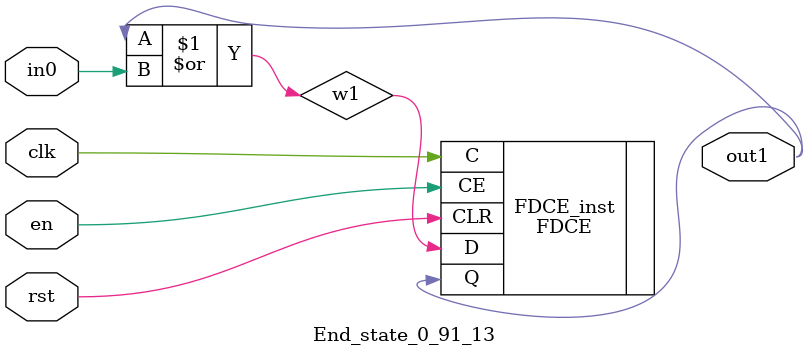
<source format=v>
module engine_0_91(out,clk,sod,en, in_0, in_1, in_3, in_4, in_17, in_18, in_19, in_21, in_26);
//pcre: /^expn\s+decode/smi
//block char: ^[9], \x20[8], N[0], O[0], e[0], c[0], d[0], p[0], x[0], 

	input clk,sod,en;

	input in_0, in_1, in_3, in_4, in_17, in_18, in_19, in_21, in_26;
	output out;

	assign w0 = 1'b1;
	state_0_91_1 BlockState_0_91_1 (w1,in_0,clk,en,sod,w0);
	state_0_91_2 BlockState_0_91_2 (w2,in_17,clk,en,sod,w1);
	state_0_91_3 BlockState_0_91_3 (w3,in_26,clk,en,sod,w2);
	state_0_91_4 BlockState_0_91_4 (w4,in_21,clk,en,sod,w3);
	state_0_91_5 BlockState_0_91_5 (w5,in_3,clk,en,sod,w4);
	state_0_91_6 BlockState_0_91_6 (w6,in_1,clk,en,sod,w6,w5);
	state_0_91_7 BlockState_0_91_7 (w7,in_19,clk,en,sod,w6);
	state_0_91_8 BlockState_0_91_8 (w8,in_17,clk,en,sod,w7);
	state_0_91_9 BlockState_0_91_9 (w9,in_18,clk,en,sod,w8);
	state_0_91_10 BlockState_0_91_10 (w10,in_4,clk,en,sod,w9);
	state_0_91_11 BlockState_0_91_11 (w11,in_19,clk,en,sod,w10);
	state_0_91_12 BlockState_0_91_12 (w12,in_17,clk,en,sod,w11);
	End_state_0_91_13 BlockState_0_91_13 (out,clk,en,sod,w12);
endmodule

module state_0_91_1(out1,in_char,clk,en,rst,in0);
	input in_char,clk,en,rst,in0;
	output out1;
	wire w1,w2;
	assign w1 = in0; 
	and(w2,in_char,w1);
	FDCE #(.INIT(1'b0)) FDCE_inst (
		.Q(out1),
		.C(clk),
		.CE(en),
		.CLR(rst),
		.D(w2)
);
endmodule

module state_0_91_2(out1,in_char,clk,en,rst,in0);
	input in_char,clk,en,rst,in0;
	output out1;
	wire w1,w2;
	assign w1 = in0; 
	and(w2,in_char,w1);
	FDCE #(.INIT(1'b0)) FDCE_inst (
		.Q(out1),
		.C(clk),
		.CE(en),
		.CLR(rst),
		.D(w2)
);
endmodule

module state_0_91_3(out1,in_char,clk,en,rst,in0);
	input in_char,clk,en,rst,in0;
	output out1;
	wire w1,w2;
	assign w1 = in0; 
	and(w2,in_char,w1);
	FDCE #(.INIT(1'b0)) FDCE_inst (
		.Q(out1),
		.C(clk),
		.CE(en),
		.CLR(rst),
		.D(w2)
);
endmodule

module state_0_91_4(out1,in_char,clk,en,rst,in0);
	input in_char,clk,en,rst,in0;
	output out1;
	wire w1,w2;
	assign w1 = in0; 
	and(w2,in_char,w1);
	FDCE #(.INIT(1'b0)) FDCE_inst (
		.Q(out1),
		.C(clk),
		.CE(en),
		.CLR(rst),
		.D(w2)
);
endmodule

module state_0_91_5(out1,in_char,clk,en,rst,in0);
	input in_char,clk,en,rst,in0;
	output out1;
	wire w1,w2;
	assign w1 = in0; 
	and(w2,in_char,w1);
	FDCE #(.INIT(1'b0)) FDCE_inst (
		.Q(out1),
		.C(clk),
		.CE(en),
		.CLR(rst),
		.D(w2)
);
endmodule

module state_0_91_6(out1,in_char,clk,en,rst,in0,in1);
	input in_char,clk,en,rst,in0,in1;
	output out1;
	wire w1,w2;
	or(w1,in0,in1);
	and(w2,in_char,w1);
	FDCE #(.INIT(1'b0)) FDCE_inst (
		.Q(out1),
		.C(clk),
		.CE(en),
		.CLR(rst),
		.D(w2)
);
endmodule

module state_0_91_7(out1,in_char,clk,en,rst,in0);
	input in_char,clk,en,rst,in0;
	output out1;
	wire w1,w2;
	assign w1 = in0; 
	and(w2,in_char,w1);
	FDCE #(.INIT(1'b0)) FDCE_inst (
		.Q(out1),
		.C(clk),
		.CE(en),
		.CLR(rst),
		.D(w2)
);
endmodule

module state_0_91_8(out1,in_char,clk,en,rst,in0);
	input in_char,clk,en,rst,in0;
	output out1;
	wire w1,w2;
	assign w1 = in0; 
	and(w2,in_char,w1);
	FDCE #(.INIT(1'b0)) FDCE_inst (
		.Q(out1),
		.C(clk),
		.CE(en),
		.CLR(rst),
		.D(w2)
);
endmodule

module state_0_91_9(out1,in_char,clk,en,rst,in0);
	input in_char,clk,en,rst,in0;
	output out1;
	wire w1,w2;
	assign w1 = in0; 
	and(w2,in_char,w1);
	FDCE #(.INIT(1'b0)) FDCE_inst (
		.Q(out1),
		.C(clk),
		.CE(en),
		.CLR(rst),
		.D(w2)
);
endmodule

module state_0_91_10(out1,in_char,clk,en,rst,in0);
	input in_char,clk,en,rst,in0;
	output out1;
	wire w1,w2;
	assign w1 = in0; 
	and(w2,in_char,w1);
	FDCE #(.INIT(1'b0)) FDCE_inst (
		.Q(out1),
		.C(clk),
		.CE(en),
		.CLR(rst),
		.D(w2)
);
endmodule

module state_0_91_11(out1,in_char,clk,en,rst,in0);
	input in_char,clk,en,rst,in0;
	output out1;
	wire w1,w2;
	assign w1 = in0; 
	and(w2,in_char,w1);
	FDCE #(.INIT(1'b0)) FDCE_inst (
		.Q(out1),
		.C(clk),
		.CE(en),
		.CLR(rst),
		.D(w2)
);
endmodule

module state_0_91_12(out1,in_char,clk,en,rst,in0);
	input in_char,clk,en,rst,in0;
	output out1;
	wire w1,w2;
	assign w1 = in0; 
	and(w2,in_char,w1);
	FDCE #(.INIT(1'b0)) FDCE_inst (
		.Q(out1),
		.C(clk),
		.CE(en),
		.CLR(rst),
		.D(w2)
);
endmodule

module End_state_0_91_13(out1,clk,en,rst,in0);
	input clk,rst,en,in0;
	output out1;
	wire w1;
	or(w1,out1,in0);
	FDCE #(.INIT(1'b0)) FDCE_inst (
		.Q(out1),
		.C(clk),
		.CE(en),
		.CLR(rst),
		.D(w1)
);
endmodule


</source>
